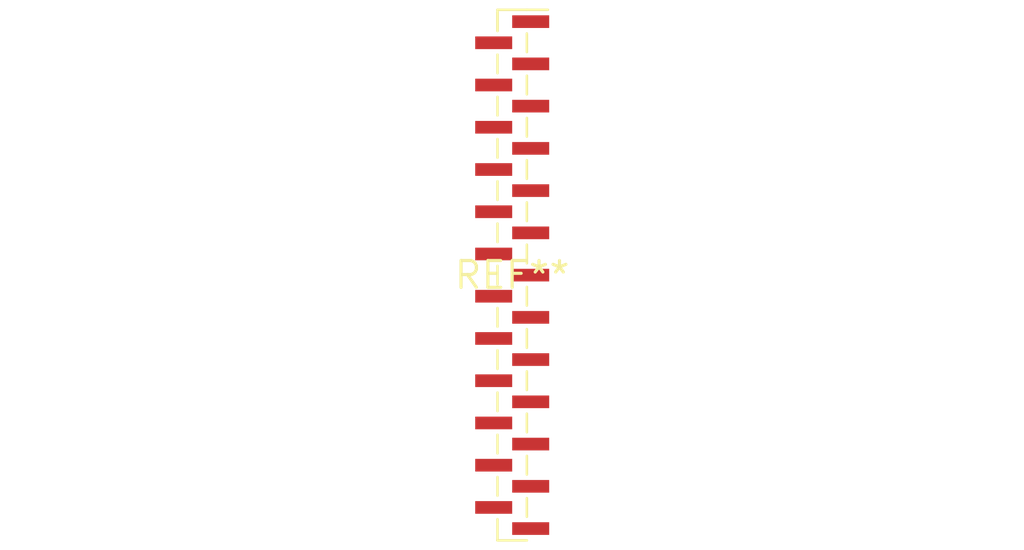
<source format=kicad_pcb>
(kicad_pcb (version 20240108) (generator pcbnew)
  (layers (0 "F.Cu" signal) (31 "B.Cu" signal) (34 "B.Paste" user) (35 "F.Paste" user) (36 "B.SilkS" user "B.Silkscreen") (37 "F.SilkS" user "F.Silkscreen") (38 "B.Mask" user) (39 "F.Mask" user) (44 "Edge.Cuts" user))
  (net 0 "")
  (footprint "PinHeader_1x25_P1.00mm_Vertical_SMD_Pin1Right" (layer "F.Cu") (at 0 0)
    (property "Reference" "REF**")
    (property "Value" "PinHeader_1x25_P1.00mm_Vertical_SMD_Pin1Right")
    (fp_line (start -0.695 -12.56) (end -0.695 -11.56) (layer "F.SilkS") (stroke (width 0.12)))
    (fp_line (start -0.695 -12.56) (end 0.695 -12.56) (layer "F.SilkS") (stroke (width 0.12)))
    (fp_line (start -0.695 -12.44) (end -0.695 -11.56) (layer "F.SilkS") (stroke (width 0.12)))
    (fp_line (start -0.695 -10.44) (end -0.695 -9.56) (layer "F.SilkS") (stroke (width 0.12)))
    (fp_line (start -0.695 -8.44) (end -0.695 -7.56) (layer "F.SilkS") (stroke (width 0.12)))
    (fp_line (start -0.695 -6.44) (end -0.695 -5.56) (layer "F.SilkS") (stroke (width 0.12)))
    (fp_line (start -0.695 -4.44) (end -0.695 -3.56) (layer "F.SilkS") (stroke (width 0.12)))
    (fp_line (start -0.695 -2.44) (end -0.695 -1.56) (layer "F.SilkS") (stroke (width 0.12)))
    (fp_line (start -0.695 -0.44) (end -0.695 0.44) (layer "F.SilkS") (stroke (width 0.12)))
    (fp_line (start -0.695 1.56) (end -0.695 2.44) (layer "F.SilkS") (stroke (width 0.12)))
    (fp_line (start -0.695 3.56) (end -0.695 4.44) (layer "F.SilkS") (stroke (width 0.12)))
    (fp_line (start -0.695 5.56) (end -0.695 6.44) (layer "F.SilkS") (stroke (width 0.12)))
    (fp_line (start -0.695 7.56) (end -0.695 8.44) (layer "F.SilkS") (stroke (width 0.12)))
    (fp_line (start -0.695 9.56) (end -0.695 10.44) (layer "F.SilkS") (stroke (width 0.12)))
    (fp_line (start -0.695 11.56) (end -0.695 12.56) (layer "F.SilkS") (stroke (width 0.12)))
    (fp_line (start -0.695 12.56) (end -0.695 12.56) (layer "F.SilkS") (stroke (width 0.12)))
    (fp_line (start -0.695 12.56) (end 0.695 12.56) (layer "F.SilkS") (stroke (width 0.12)))
    (fp_line (start 0.695 -12.56) (end 0.695 -12.56) (layer "F.SilkS") (stroke (width 0.12)))
    (fp_line (start 0.695 -12.56) (end 1.69 -12.56) (layer "F.SilkS") (stroke (width 0.12)))
    (fp_line (start 0.695 -11.44) (end 0.695 -10.56) (layer "F.SilkS") (stroke (width 0.12)))
    (fp_line (start 0.695 -9.44) (end 0.695 -8.56) (layer "F.SilkS") (stroke (width 0.12)))
    (fp_line (start 0.695 -7.44) (end 0.695 -6.56) (layer "F.SilkS") (stroke (width 0.12)))
    (fp_line (start 0.695 -5.44) (end 0.695 -4.56) (layer "F.SilkS") (stroke (width 0.12)))
    (fp_line (start 0.695 -3.44) (end 0.695 -2.56) (layer "F.SilkS") (stroke (width 0.12)))
    (fp_line (start 0.695 -1.44) (end 0.695 -0.56) (layer "F.SilkS") (stroke (width 0.12)))
    (fp_line (start 0.695 0.56) (end 0.695 1.44) (layer "F.SilkS") (stroke (width 0.12)))
    (fp_line (start 0.695 2.56) (end 0.695 3.44) (layer "F.SilkS") (stroke (width 0.12)))
    (fp_line (start 0.695 4.56) (end 0.695 5.44) (layer "F.SilkS") (stroke (width 0.12)))
    (fp_line (start 0.695 6.56) (end 0.695 7.44) (layer "F.SilkS") (stroke (width 0.12)))
    (fp_line (start 0.695 8.56) (end 0.695 9.44) (layer "F.SilkS") (stroke (width 0.12)))
    (fp_line (start 0.695 10.56) (end 0.695 11.44) (layer "F.SilkS") (stroke (width 0.12)))
    (pad "1" smd rect (at 0.875 -12) (size 1.75 0.6) (layers "F.Cu" "F.Paste" "F.Mask"))
    (pad "2" smd rect (at -0.875 -11) (size 1.75 0.6) (layers "F.Cu" "F.Paste" "F.Mask"))
    (pad "3" smd rect (at 0.875 -10) (size 1.75 0.6) (layers "F.Cu" "F.Paste" "F.Mask"))
    (pad "4" smd rect (at -0.875 -9) (size 1.75 0.6) (layers "F.Cu" "F.Paste" "F.Mask"))
    (pad "5" smd rect (at 0.875 -8) (size 1.75 0.6) (layers "F.Cu" "F.Paste" "F.Mask"))
    (pad "6" smd rect (at -0.875 -7) (size 1.75 0.6) (layers "F.Cu" "F.Paste" "F.Mask"))
    (pad "7" smd rect (at 0.875 -6) (size 1.75 0.6) (layers "F.Cu" "F.Paste" "F.Mask"))
    (pad "8" smd rect (at -0.875 -5) (size 1.75 0.6) (layers "F.Cu" "F.Paste" "F.Mask"))
    (pad "9" smd rect (at 0.875 -4) (size 1.75 0.6) (layers "F.Cu" "F.Paste" "F.Mask"))
    (pad "10" smd rect (at -0.875 -3) (size 1.75 0.6) (layers "F.Cu" "F.Paste" "F.Mask"))
    (pad "11" smd rect (at 0.875 -2) (size 1.75 0.6) (layers "F.Cu" "F.Paste" "F.Mask"))
    (pad "12" smd rect (at -0.875 -1) (size 1.75 0.6) (layers "F.Cu" "F.Paste" "F.Mask"))
    (pad "13" smd rect (at 0.875 0) (size 1.75 0.6) (layers "F.Cu" "F.Paste" "F.Mask"))
    (pad "14" smd rect (at -0.875 1) (size 1.75 0.6) (layers "F.Cu" "F.Paste" "F.Mask"))
    (pad "15" smd rect (at 0.875 2) (size 1.75 0.6) (layers "F.Cu" "F.Paste" "F.Mask"))
    (pad "16" smd rect (at -0.875 3) (size 1.75 0.6) (layers "F.Cu" "F.Paste" "F.Mask"))
    (pad "17" smd rect (at 0.875 4) (size 1.75 0.6) (layers "F.Cu" "F.Paste" "F.Mask"))
    (pad "18" smd rect (at -0.875 5) (size 1.75 0.6) (layers "F.Cu" "F.Paste" "F.Mask"))
    (pad "19" smd rect (at 0.875 6) (size 1.75 0.6) (layers "F.Cu" "F.Paste" "F.Mask"))
    (pad "20" smd rect (at -0.875 7) (size 1.75 0.6) (layers "F.Cu" "F.Paste" "F.Mask"))
    (pad "21" smd rect (at 0.875 8) (size 1.75 0.6) (layers "F.Cu" "F.Paste" "F.Mask"))
    (pad "22" smd rect (at -0.875 9) (size 1.75 0.6) (layers "F.Cu" "F.Paste" "F.Mask"))
    (pad "23" smd rect (at 0.875 10) (size 1.75 0.6) (layers "F.Cu" "F.Paste" "F.Mask"))
    (pad "24" smd rect (at -0.875 11) (size 1.75 0.6) (layers "F.Cu" "F.Paste" "F.Mask"))
    (pad "25" smd rect (at 0.875 12) (size 1.75 0.6) (layers "F.Cu" "F.Paste" "F.Mask"))
  )
)
</source>
